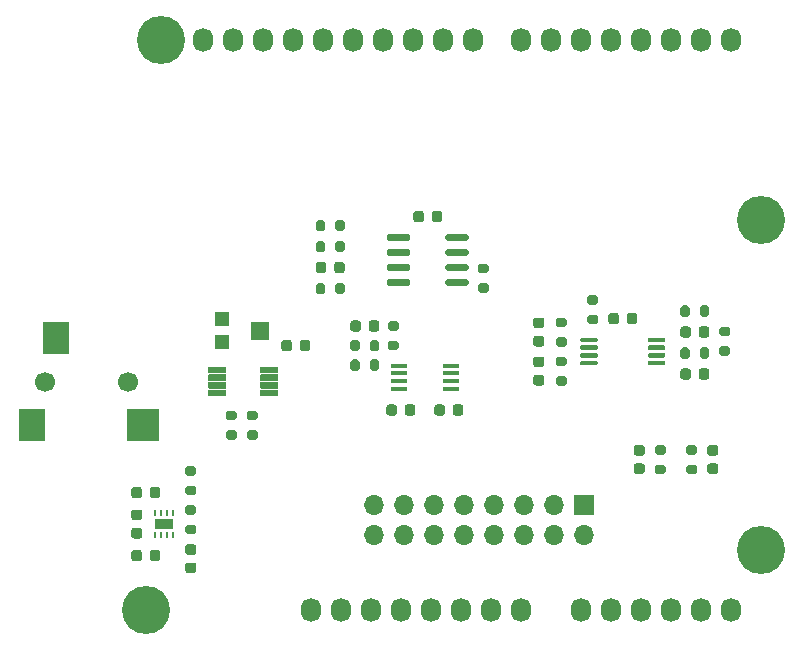
<source format=gbr>
G04 #@! TF.GenerationSoftware,KiCad,Pcbnew,(5.1.8)-1*
G04 #@! TF.CreationDate,2021-03-26T14:12:46-05:00*
G04 #@! TF.ProjectId,Shield,53686965-6c64-42e6-9b69-6361645f7063,rev?*
G04 #@! TF.SameCoordinates,Original*
G04 #@! TF.FileFunction,Soldermask,Top*
G04 #@! TF.FilePolarity,Negative*
%FSLAX46Y46*%
G04 Gerber Fmt 4.6, Leading zero omitted, Abs format (unit mm)*
G04 Created by KiCad (PCBNEW (5.1.8)-1) date 2021-03-26 14:12:46*
%MOMM*%
%LPD*%
G01*
G04 APERTURE LIST*
%ADD10R,1.450000X0.450000*%
%ADD11R,0.250000X0.500000*%
%ADD12R,1.600000X0.900000*%
%ADD13O,1.700000X1.700000*%
%ADD14R,1.700000X1.700000*%
%ADD15R,1.200000X1.200000*%
%ADD16R,1.500000X1.600000*%
%ADD17C,1.700000*%
%ADD18R,2.800000X2.800000*%
%ADD19R,2.200000X2.800000*%
%ADD20O,1.727200X2.032000*%
%ADD21C,4.064000*%
G04 APERTURE END LIST*
D10*
X150790000Y-103165000D03*
X150790000Y-103815000D03*
X150790000Y-104465000D03*
X150790000Y-105115000D03*
X146390000Y-105115000D03*
X146390000Y-104465000D03*
X146390000Y-103815000D03*
X146390000Y-103165000D03*
G36*
G01*
X140164000Y-92816000D02*
X140164000Y-93366000D01*
G75*
G02*
X139964000Y-93566000I-200000J0D01*
G01*
X139564000Y-93566000D01*
G75*
G02*
X139364000Y-93366000I0J200000D01*
G01*
X139364000Y-92816000D01*
G75*
G02*
X139564000Y-92616000I200000J0D01*
G01*
X139964000Y-92616000D01*
G75*
G02*
X140164000Y-92816000I0J-200000D01*
G01*
G37*
G36*
G01*
X141814000Y-92816000D02*
X141814000Y-93366000D01*
G75*
G02*
X141614000Y-93566000I-200000J0D01*
G01*
X141214000Y-93566000D01*
G75*
G02*
X141014000Y-93366000I0J200000D01*
G01*
X141014000Y-92816000D01*
G75*
G02*
X141214000Y-92616000I200000J0D01*
G01*
X141614000Y-92616000D01*
G75*
G02*
X141814000Y-92816000I0J-200000D01*
G01*
G37*
D11*
X126761000Y-115636000D03*
X127261000Y-115636000D03*
X127261000Y-117536000D03*
X126261000Y-117536000D03*
X125761000Y-117536000D03*
D12*
X126511000Y-116586000D03*
D11*
X125761000Y-115636000D03*
X126261000Y-115636000D03*
X126761000Y-117536000D03*
G36*
G01*
X150344000Y-92479000D02*
X150344000Y-92179000D01*
G75*
G02*
X150494000Y-92029000I150000J0D01*
G01*
X152144000Y-92029000D01*
G75*
G02*
X152294000Y-92179000I0J-150000D01*
G01*
X152294000Y-92479000D01*
G75*
G02*
X152144000Y-92629000I-150000J0D01*
G01*
X150494000Y-92629000D01*
G75*
G02*
X150344000Y-92479000I0J150000D01*
G01*
G37*
G36*
G01*
X150344000Y-93749000D02*
X150344000Y-93449000D01*
G75*
G02*
X150494000Y-93299000I150000J0D01*
G01*
X152144000Y-93299000D01*
G75*
G02*
X152294000Y-93449000I0J-150000D01*
G01*
X152294000Y-93749000D01*
G75*
G02*
X152144000Y-93899000I-150000J0D01*
G01*
X150494000Y-93899000D01*
G75*
G02*
X150344000Y-93749000I0J150000D01*
G01*
G37*
G36*
G01*
X150344000Y-95019000D02*
X150344000Y-94719000D01*
G75*
G02*
X150494000Y-94569000I150000J0D01*
G01*
X152144000Y-94569000D01*
G75*
G02*
X152294000Y-94719000I0J-150000D01*
G01*
X152294000Y-95019000D01*
G75*
G02*
X152144000Y-95169000I-150000J0D01*
G01*
X150494000Y-95169000D01*
G75*
G02*
X150344000Y-95019000I0J150000D01*
G01*
G37*
G36*
G01*
X150344000Y-96289000D02*
X150344000Y-95989000D01*
G75*
G02*
X150494000Y-95839000I150000J0D01*
G01*
X152144000Y-95839000D01*
G75*
G02*
X152294000Y-95989000I0J-150000D01*
G01*
X152294000Y-96289000D01*
G75*
G02*
X152144000Y-96439000I-150000J0D01*
G01*
X150494000Y-96439000D01*
G75*
G02*
X150344000Y-96289000I0J150000D01*
G01*
G37*
G36*
G01*
X145394000Y-96289000D02*
X145394000Y-95989000D01*
G75*
G02*
X145544000Y-95839000I150000J0D01*
G01*
X147194000Y-95839000D01*
G75*
G02*
X147344000Y-95989000I0J-150000D01*
G01*
X147344000Y-96289000D01*
G75*
G02*
X147194000Y-96439000I-150000J0D01*
G01*
X145544000Y-96439000D01*
G75*
G02*
X145394000Y-96289000I0J150000D01*
G01*
G37*
G36*
G01*
X145394000Y-95019000D02*
X145394000Y-94719000D01*
G75*
G02*
X145544000Y-94569000I150000J0D01*
G01*
X147194000Y-94569000D01*
G75*
G02*
X147344000Y-94719000I0J-150000D01*
G01*
X147344000Y-95019000D01*
G75*
G02*
X147194000Y-95169000I-150000J0D01*
G01*
X145544000Y-95169000D01*
G75*
G02*
X145394000Y-95019000I0J150000D01*
G01*
G37*
G36*
G01*
X145394000Y-93749000D02*
X145394000Y-93449000D01*
G75*
G02*
X145544000Y-93299000I150000J0D01*
G01*
X147194000Y-93299000D01*
G75*
G02*
X147344000Y-93449000I0J-150000D01*
G01*
X147344000Y-93749000D01*
G75*
G02*
X147194000Y-93899000I-150000J0D01*
G01*
X145544000Y-93899000D01*
G75*
G02*
X145394000Y-93749000I0J150000D01*
G01*
G37*
G36*
G01*
X145394000Y-92479000D02*
X145394000Y-92179000D01*
G75*
G02*
X145544000Y-92029000I150000J0D01*
G01*
X147194000Y-92029000D01*
G75*
G02*
X147344000Y-92179000I0J-150000D01*
G01*
X147344000Y-92479000D01*
G75*
G02*
X147194000Y-92629000I-150000J0D01*
G01*
X145544000Y-92629000D01*
G75*
G02*
X145394000Y-92479000I0J150000D01*
G01*
G37*
G36*
G01*
X128503000Y-116630000D02*
X129053000Y-116630000D01*
G75*
G02*
X129253000Y-116830000I0J-200000D01*
G01*
X129253000Y-117230000D01*
G75*
G02*
X129053000Y-117430000I-200000J0D01*
G01*
X128503000Y-117430000D01*
G75*
G02*
X128303000Y-117230000I0J200000D01*
G01*
X128303000Y-116830000D01*
G75*
G02*
X128503000Y-116630000I200000J0D01*
G01*
G37*
G36*
G01*
X128503000Y-114980000D02*
X129053000Y-114980000D01*
G75*
G02*
X129253000Y-115180000I0J-200000D01*
G01*
X129253000Y-115580000D01*
G75*
G02*
X129053000Y-115780000I-200000J0D01*
G01*
X128503000Y-115780000D01*
G75*
G02*
X128303000Y-115580000I0J200000D01*
G01*
X128303000Y-115180000D01*
G75*
G02*
X128503000Y-114980000I200000J0D01*
G01*
G37*
G36*
G01*
X129053000Y-112478000D02*
X128503000Y-112478000D01*
G75*
G02*
X128303000Y-112278000I0J200000D01*
G01*
X128303000Y-111878000D01*
G75*
G02*
X128503000Y-111678000I200000J0D01*
G01*
X129053000Y-111678000D01*
G75*
G02*
X129253000Y-111878000I0J-200000D01*
G01*
X129253000Y-112278000D01*
G75*
G02*
X129053000Y-112478000I-200000J0D01*
G01*
G37*
G36*
G01*
X129053000Y-114128000D02*
X128503000Y-114128000D01*
G75*
G02*
X128303000Y-113928000I0J200000D01*
G01*
X128303000Y-113528000D01*
G75*
G02*
X128503000Y-113328000I200000J0D01*
G01*
X129053000Y-113328000D01*
G75*
G02*
X129253000Y-113528000I0J-200000D01*
G01*
X129253000Y-113928000D01*
G75*
G02*
X129053000Y-114128000I-200000J0D01*
G01*
G37*
G36*
G01*
X153268000Y-96183000D02*
X153818000Y-96183000D01*
G75*
G02*
X154018000Y-96383000I0J-200000D01*
G01*
X154018000Y-96783000D01*
G75*
G02*
X153818000Y-96983000I-200000J0D01*
G01*
X153268000Y-96983000D01*
G75*
G02*
X153068000Y-96783000I0J200000D01*
G01*
X153068000Y-96383000D01*
G75*
G02*
X153268000Y-96183000I200000J0D01*
G01*
G37*
G36*
G01*
X153268000Y-94533000D02*
X153818000Y-94533000D01*
G75*
G02*
X154018000Y-94733000I0J-200000D01*
G01*
X154018000Y-95133000D01*
G75*
G02*
X153818000Y-95333000I-200000J0D01*
G01*
X153268000Y-95333000D01*
G75*
G02*
X153068000Y-95133000I0J200000D01*
G01*
X153068000Y-94733000D01*
G75*
G02*
X153268000Y-94533000I200000J0D01*
G01*
G37*
G36*
G01*
X145648000Y-101072000D02*
X146198000Y-101072000D01*
G75*
G02*
X146398000Y-101272000I0J-200000D01*
G01*
X146398000Y-101672000D01*
G75*
G02*
X146198000Y-101872000I-200000J0D01*
G01*
X145648000Y-101872000D01*
G75*
G02*
X145448000Y-101672000I0J200000D01*
G01*
X145448000Y-101272000D01*
G75*
G02*
X145648000Y-101072000I200000J0D01*
G01*
G37*
G36*
G01*
X145648000Y-99422000D02*
X146198000Y-99422000D01*
G75*
G02*
X146398000Y-99622000I0J-200000D01*
G01*
X146398000Y-100022000D01*
G75*
G02*
X146198000Y-100222000I-200000J0D01*
G01*
X145648000Y-100222000D01*
G75*
G02*
X145448000Y-100022000I0J200000D01*
G01*
X145448000Y-99622000D01*
G75*
G02*
X145648000Y-99422000I200000J0D01*
G01*
G37*
G36*
G01*
X143085000Y-101198000D02*
X143085000Y-101748000D01*
G75*
G02*
X142885000Y-101948000I-200000J0D01*
G01*
X142485000Y-101948000D01*
G75*
G02*
X142285000Y-101748000I0J200000D01*
G01*
X142285000Y-101198000D01*
G75*
G02*
X142485000Y-100998000I200000J0D01*
G01*
X142885000Y-100998000D01*
G75*
G02*
X143085000Y-101198000I0J-200000D01*
G01*
G37*
G36*
G01*
X144735000Y-101198000D02*
X144735000Y-101748000D01*
G75*
G02*
X144535000Y-101948000I-200000J0D01*
G01*
X144135000Y-101948000D01*
G75*
G02*
X143935000Y-101748000I0J200000D01*
G01*
X143935000Y-101198000D01*
G75*
G02*
X144135000Y-100998000I200000J0D01*
G01*
X144535000Y-100998000D01*
G75*
G02*
X144735000Y-101198000I0J-200000D01*
G01*
G37*
G36*
G01*
X143935000Y-103399000D02*
X143935000Y-102849000D01*
G75*
G02*
X144135000Y-102649000I200000J0D01*
G01*
X144535000Y-102649000D01*
G75*
G02*
X144735000Y-102849000I0J-200000D01*
G01*
X144735000Y-103399000D01*
G75*
G02*
X144535000Y-103599000I-200000J0D01*
G01*
X144135000Y-103599000D01*
G75*
G02*
X143935000Y-103399000I0J200000D01*
G01*
G37*
G36*
G01*
X142285000Y-103399000D02*
X142285000Y-102849000D01*
G75*
G02*
X142485000Y-102649000I200000J0D01*
G01*
X142885000Y-102649000D01*
G75*
G02*
X143085000Y-102849000I0J-200000D01*
G01*
X143085000Y-103399000D01*
G75*
G02*
X142885000Y-103599000I-200000J0D01*
G01*
X142485000Y-103599000D01*
G75*
G02*
X142285000Y-103399000I0J200000D01*
G01*
G37*
G36*
G01*
X140164000Y-96372000D02*
X140164000Y-96922000D01*
G75*
G02*
X139964000Y-97122000I-200000J0D01*
G01*
X139564000Y-97122000D01*
G75*
G02*
X139364000Y-96922000I0J200000D01*
G01*
X139364000Y-96372000D01*
G75*
G02*
X139564000Y-96172000I200000J0D01*
G01*
X139964000Y-96172000D01*
G75*
G02*
X140164000Y-96372000I0J-200000D01*
G01*
G37*
G36*
G01*
X141814000Y-96372000D02*
X141814000Y-96922000D01*
G75*
G02*
X141614000Y-97122000I-200000J0D01*
G01*
X141214000Y-97122000D01*
G75*
G02*
X141014000Y-96922000I0J200000D01*
G01*
X141014000Y-96372000D01*
G75*
G02*
X141214000Y-96172000I200000J0D01*
G01*
X141614000Y-96172000D01*
G75*
G02*
X141814000Y-96372000I0J-200000D01*
G01*
G37*
G36*
G01*
X132482000Y-107779000D02*
X131932000Y-107779000D01*
G75*
G02*
X131732000Y-107579000I0J200000D01*
G01*
X131732000Y-107179000D01*
G75*
G02*
X131932000Y-106979000I200000J0D01*
G01*
X132482000Y-106979000D01*
G75*
G02*
X132682000Y-107179000I0J-200000D01*
G01*
X132682000Y-107579000D01*
G75*
G02*
X132482000Y-107779000I-200000J0D01*
G01*
G37*
G36*
G01*
X132482000Y-109429000D02*
X131932000Y-109429000D01*
G75*
G02*
X131732000Y-109229000I0J200000D01*
G01*
X131732000Y-108829000D01*
G75*
G02*
X131932000Y-108629000I200000J0D01*
G01*
X132482000Y-108629000D01*
G75*
G02*
X132682000Y-108829000I0J-200000D01*
G01*
X132682000Y-109229000D01*
G75*
G02*
X132482000Y-109429000I-200000J0D01*
G01*
G37*
G36*
G01*
X134260000Y-107779000D02*
X133710000Y-107779000D01*
G75*
G02*
X133510000Y-107579000I0J200000D01*
G01*
X133510000Y-107179000D01*
G75*
G02*
X133710000Y-106979000I200000J0D01*
G01*
X134260000Y-106979000D01*
G75*
G02*
X134460000Y-107179000I0J-200000D01*
G01*
X134460000Y-107579000D01*
G75*
G02*
X134260000Y-107779000I-200000J0D01*
G01*
G37*
G36*
G01*
X134260000Y-109429000D02*
X133710000Y-109429000D01*
G75*
G02*
X133510000Y-109229000I0J200000D01*
G01*
X133510000Y-108829000D01*
G75*
G02*
X133710000Y-108629000I200000J0D01*
G01*
X134260000Y-108629000D01*
G75*
G02*
X134460000Y-108829000I0J-200000D01*
G01*
X134460000Y-109229000D01*
G75*
G02*
X134260000Y-109429000I-200000J0D01*
G01*
G37*
G36*
G01*
X141014000Y-91588000D02*
X141014000Y-91038000D01*
G75*
G02*
X141214000Y-90838000I200000J0D01*
G01*
X141614000Y-90838000D01*
G75*
G02*
X141814000Y-91038000I0J-200000D01*
G01*
X141814000Y-91588000D01*
G75*
G02*
X141614000Y-91788000I-200000J0D01*
G01*
X141214000Y-91788000D01*
G75*
G02*
X141014000Y-91588000I0J200000D01*
G01*
G37*
G36*
G01*
X139364000Y-91588000D02*
X139364000Y-91038000D01*
G75*
G02*
X139564000Y-90838000I200000J0D01*
G01*
X139964000Y-90838000D01*
G75*
G02*
X140164000Y-91038000I0J-200000D01*
G01*
X140164000Y-91588000D01*
G75*
G02*
X139964000Y-91788000I-200000J0D01*
G01*
X139564000Y-91788000D01*
G75*
G02*
X139364000Y-91588000I0J200000D01*
G01*
G37*
G36*
G01*
X128528000Y-119845000D02*
X129028000Y-119845000D01*
G75*
G02*
X129253000Y-120070000I0J-225000D01*
G01*
X129253000Y-120520000D01*
G75*
G02*
X129028000Y-120745000I-225000J0D01*
G01*
X128528000Y-120745000D01*
G75*
G02*
X128303000Y-120520000I0J225000D01*
G01*
X128303000Y-120070000D01*
G75*
G02*
X128528000Y-119845000I225000J0D01*
G01*
G37*
G36*
G01*
X128528000Y-118295000D02*
X129028000Y-118295000D01*
G75*
G02*
X129253000Y-118520000I0J-225000D01*
G01*
X129253000Y-118970000D01*
G75*
G02*
X129028000Y-119195000I-225000J0D01*
G01*
X128528000Y-119195000D01*
G75*
G02*
X128303000Y-118970000I0J225000D01*
G01*
X128303000Y-118520000D01*
G75*
G02*
X128528000Y-118295000I225000J0D01*
G01*
G37*
G36*
G01*
X125293000Y-119503000D02*
X125293000Y-119003000D01*
G75*
G02*
X125518000Y-118778000I225000J0D01*
G01*
X125968000Y-118778000D01*
G75*
G02*
X126193000Y-119003000I0J-225000D01*
G01*
X126193000Y-119503000D01*
G75*
G02*
X125968000Y-119728000I-225000J0D01*
G01*
X125518000Y-119728000D01*
G75*
G02*
X125293000Y-119503000I0J225000D01*
G01*
G37*
G36*
G01*
X123743000Y-119503000D02*
X123743000Y-119003000D01*
G75*
G02*
X123968000Y-118778000I225000J0D01*
G01*
X124418000Y-118778000D01*
G75*
G02*
X124643000Y-119003000I0J-225000D01*
G01*
X124643000Y-119503000D01*
G75*
G02*
X124418000Y-119728000I-225000J0D01*
G01*
X123968000Y-119728000D01*
G75*
G02*
X123743000Y-119503000I0J225000D01*
G01*
G37*
G36*
G01*
X124643000Y-113669000D02*
X124643000Y-114169000D01*
G75*
G02*
X124418000Y-114394000I-225000J0D01*
G01*
X123968000Y-114394000D01*
G75*
G02*
X123743000Y-114169000I0J225000D01*
G01*
X123743000Y-113669000D01*
G75*
G02*
X123968000Y-113444000I225000J0D01*
G01*
X124418000Y-113444000D01*
G75*
G02*
X124643000Y-113669000I0J-225000D01*
G01*
G37*
G36*
G01*
X126193000Y-113669000D02*
X126193000Y-114169000D01*
G75*
G02*
X125968000Y-114394000I-225000J0D01*
G01*
X125518000Y-114394000D01*
G75*
G02*
X125293000Y-114169000I0J225000D01*
G01*
X125293000Y-113669000D01*
G75*
G02*
X125518000Y-113444000I225000J0D01*
G01*
X125968000Y-113444000D01*
G75*
G02*
X126193000Y-113669000I0J-225000D01*
G01*
G37*
G36*
G01*
X124456000Y-116261000D02*
X123956000Y-116261000D01*
G75*
G02*
X123731000Y-116036000I0J225000D01*
G01*
X123731000Y-115586000D01*
G75*
G02*
X123956000Y-115361000I225000J0D01*
G01*
X124456000Y-115361000D01*
G75*
G02*
X124681000Y-115586000I0J-225000D01*
G01*
X124681000Y-116036000D01*
G75*
G02*
X124456000Y-116261000I-225000J0D01*
G01*
G37*
G36*
G01*
X124456000Y-117811000D02*
X123956000Y-117811000D01*
G75*
G02*
X123731000Y-117586000I0J225000D01*
G01*
X123731000Y-117136000D01*
G75*
G02*
X123956000Y-116911000I225000J0D01*
G01*
X124456000Y-116911000D01*
G75*
G02*
X124681000Y-117136000I0J-225000D01*
G01*
X124681000Y-117586000D01*
G75*
G02*
X124456000Y-117811000I-225000J0D01*
G01*
G37*
G36*
G01*
X143185000Y-99572000D02*
X143185000Y-100072000D01*
G75*
G02*
X142960000Y-100297000I-225000J0D01*
G01*
X142510000Y-100297000D01*
G75*
G02*
X142285000Y-100072000I0J225000D01*
G01*
X142285000Y-99572000D01*
G75*
G02*
X142510000Y-99347000I225000J0D01*
G01*
X142960000Y-99347000D01*
G75*
G02*
X143185000Y-99572000I0J-225000D01*
G01*
G37*
G36*
G01*
X144735000Y-99572000D02*
X144735000Y-100072000D01*
G75*
G02*
X144510000Y-100297000I-225000J0D01*
G01*
X144060000Y-100297000D01*
G75*
G02*
X143835000Y-100072000I0J225000D01*
G01*
X143835000Y-99572000D01*
G75*
G02*
X144060000Y-99347000I225000J0D01*
G01*
X144510000Y-99347000D01*
G75*
G02*
X144735000Y-99572000I0J-225000D01*
G01*
G37*
G36*
G01*
X146233000Y-106684000D02*
X146233000Y-107184000D01*
G75*
G02*
X146008000Y-107409000I-225000J0D01*
G01*
X145558000Y-107409000D01*
G75*
G02*
X145333000Y-107184000I0J225000D01*
G01*
X145333000Y-106684000D01*
G75*
G02*
X145558000Y-106459000I225000J0D01*
G01*
X146008000Y-106459000D01*
G75*
G02*
X146233000Y-106684000I0J-225000D01*
G01*
G37*
G36*
G01*
X147783000Y-106684000D02*
X147783000Y-107184000D01*
G75*
G02*
X147558000Y-107409000I-225000J0D01*
G01*
X147108000Y-107409000D01*
G75*
G02*
X146883000Y-107184000I0J225000D01*
G01*
X146883000Y-106684000D01*
G75*
G02*
X147108000Y-106459000I225000J0D01*
G01*
X147558000Y-106459000D01*
G75*
G02*
X147783000Y-106684000I0J-225000D01*
G01*
G37*
G36*
G01*
X140914000Y-95119000D02*
X140914000Y-94619000D01*
G75*
G02*
X141139000Y-94394000I225000J0D01*
G01*
X141589000Y-94394000D01*
G75*
G02*
X141814000Y-94619000I0J-225000D01*
G01*
X141814000Y-95119000D01*
G75*
G02*
X141589000Y-95344000I-225000J0D01*
G01*
X141139000Y-95344000D01*
G75*
G02*
X140914000Y-95119000I0J225000D01*
G01*
G37*
G36*
G01*
X139364000Y-95119000D02*
X139364000Y-94619000D01*
G75*
G02*
X139589000Y-94394000I225000J0D01*
G01*
X140039000Y-94394000D01*
G75*
G02*
X140264000Y-94619000I0J-225000D01*
G01*
X140264000Y-95119000D01*
G75*
G02*
X140039000Y-95344000I-225000J0D01*
G01*
X139589000Y-95344000D01*
G75*
G02*
X139364000Y-95119000I0J225000D01*
G01*
G37*
G36*
G01*
X150947000Y-107184000D02*
X150947000Y-106684000D01*
G75*
G02*
X151172000Y-106459000I225000J0D01*
G01*
X151622000Y-106459000D01*
G75*
G02*
X151847000Y-106684000I0J-225000D01*
G01*
X151847000Y-107184000D01*
G75*
G02*
X151622000Y-107409000I-225000J0D01*
G01*
X151172000Y-107409000D01*
G75*
G02*
X150947000Y-107184000I0J225000D01*
G01*
G37*
G36*
G01*
X149397000Y-107184000D02*
X149397000Y-106684000D01*
G75*
G02*
X149622000Y-106459000I225000J0D01*
G01*
X150072000Y-106459000D01*
G75*
G02*
X150297000Y-106684000I0J-225000D01*
G01*
X150297000Y-107184000D01*
G75*
G02*
X150072000Y-107409000I-225000J0D01*
G01*
X149622000Y-107409000D01*
G75*
G02*
X149397000Y-107184000I0J225000D01*
G01*
G37*
G36*
G01*
X149169000Y-90801000D02*
X149169000Y-90301000D01*
G75*
G02*
X149394000Y-90076000I225000J0D01*
G01*
X149844000Y-90076000D01*
G75*
G02*
X150069000Y-90301000I0J-225000D01*
G01*
X150069000Y-90801000D01*
G75*
G02*
X149844000Y-91026000I-225000J0D01*
G01*
X149394000Y-91026000D01*
G75*
G02*
X149169000Y-90801000I0J225000D01*
G01*
G37*
G36*
G01*
X147619000Y-90801000D02*
X147619000Y-90301000D01*
G75*
G02*
X147844000Y-90076000I225000J0D01*
G01*
X148294000Y-90076000D01*
G75*
G02*
X148519000Y-90301000I0J-225000D01*
G01*
X148519000Y-90801000D01*
G75*
G02*
X148294000Y-91026000I-225000J0D01*
G01*
X147844000Y-91026000D01*
G75*
G02*
X147619000Y-90801000I0J225000D01*
G01*
G37*
D13*
X144272000Y-117475000D03*
X144272000Y-114935000D03*
X146812000Y-117475000D03*
X146812000Y-114935000D03*
X149352000Y-117475000D03*
X149352000Y-114935000D03*
X151892000Y-117475000D03*
X151892000Y-114935000D03*
X154432000Y-117475000D03*
X154432000Y-114935000D03*
X156972000Y-117475000D03*
X156972000Y-114935000D03*
X159512000Y-117475000D03*
X159512000Y-114935000D03*
X162052000Y-117475000D03*
D14*
X162052000Y-114935000D03*
G36*
G01*
X167479000Y-101106000D02*
X167479000Y-100906000D01*
G75*
G02*
X167579000Y-100806000I100000J0D01*
G01*
X168854000Y-100806000D01*
G75*
G02*
X168954000Y-100906000I0J-100000D01*
G01*
X168954000Y-101106000D01*
G75*
G02*
X168854000Y-101206000I-100000J0D01*
G01*
X167579000Y-101206000D01*
G75*
G02*
X167479000Y-101106000I0J100000D01*
G01*
G37*
G36*
G01*
X167479000Y-101756000D02*
X167479000Y-101556000D01*
G75*
G02*
X167579000Y-101456000I100000J0D01*
G01*
X168854000Y-101456000D01*
G75*
G02*
X168954000Y-101556000I0J-100000D01*
G01*
X168954000Y-101756000D01*
G75*
G02*
X168854000Y-101856000I-100000J0D01*
G01*
X167579000Y-101856000D01*
G75*
G02*
X167479000Y-101756000I0J100000D01*
G01*
G37*
G36*
G01*
X167479000Y-102406000D02*
X167479000Y-102206000D01*
G75*
G02*
X167579000Y-102106000I100000J0D01*
G01*
X168854000Y-102106000D01*
G75*
G02*
X168954000Y-102206000I0J-100000D01*
G01*
X168954000Y-102406000D01*
G75*
G02*
X168854000Y-102506000I-100000J0D01*
G01*
X167579000Y-102506000D01*
G75*
G02*
X167479000Y-102406000I0J100000D01*
G01*
G37*
G36*
G01*
X167479000Y-103056000D02*
X167479000Y-102856000D01*
G75*
G02*
X167579000Y-102756000I100000J0D01*
G01*
X168854000Y-102756000D01*
G75*
G02*
X168954000Y-102856000I0J-100000D01*
G01*
X168954000Y-103056000D01*
G75*
G02*
X168854000Y-103156000I-100000J0D01*
G01*
X167579000Y-103156000D01*
G75*
G02*
X167479000Y-103056000I0J100000D01*
G01*
G37*
G36*
G01*
X161754000Y-103056000D02*
X161754000Y-102856000D01*
G75*
G02*
X161854000Y-102756000I100000J0D01*
G01*
X163129000Y-102756000D01*
G75*
G02*
X163229000Y-102856000I0J-100000D01*
G01*
X163229000Y-103056000D01*
G75*
G02*
X163129000Y-103156000I-100000J0D01*
G01*
X161854000Y-103156000D01*
G75*
G02*
X161754000Y-103056000I0J100000D01*
G01*
G37*
G36*
G01*
X161754000Y-102406000D02*
X161754000Y-102206000D01*
G75*
G02*
X161854000Y-102106000I100000J0D01*
G01*
X163129000Y-102106000D01*
G75*
G02*
X163229000Y-102206000I0J-100000D01*
G01*
X163229000Y-102406000D01*
G75*
G02*
X163129000Y-102506000I-100000J0D01*
G01*
X161854000Y-102506000D01*
G75*
G02*
X161754000Y-102406000I0J100000D01*
G01*
G37*
G36*
G01*
X161754000Y-101756000D02*
X161754000Y-101556000D01*
G75*
G02*
X161854000Y-101456000I100000J0D01*
G01*
X163129000Y-101456000D01*
G75*
G02*
X163229000Y-101556000I0J-100000D01*
G01*
X163229000Y-101756000D01*
G75*
G02*
X163129000Y-101856000I-100000J0D01*
G01*
X161854000Y-101856000D01*
G75*
G02*
X161754000Y-101756000I0J100000D01*
G01*
G37*
G36*
G01*
X161754000Y-101106000D02*
X161754000Y-100906000D01*
G75*
G02*
X161854000Y-100806000I100000J0D01*
G01*
X163129000Y-100806000D01*
G75*
G02*
X163229000Y-100906000I0J-100000D01*
G01*
X163229000Y-101106000D01*
G75*
G02*
X163129000Y-101206000I-100000J0D01*
G01*
X161854000Y-101206000D01*
G75*
G02*
X161754000Y-101106000I0J100000D01*
G01*
G37*
G36*
G01*
X134698000Y-103271000D02*
X136148000Y-103271000D01*
G75*
G02*
X136198000Y-103321000I0J-50000D01*
G01*
X136198000Y-103771000D01*
G75*
G02*
X136148000Y-103821000I-50000J0D01*
G01*
X134698000Y-103821000D01*
G75*
G02*
X134648000Y-103771000I0J50000D01*
G01*
X134648000Y-103321000D01*
G75*
G02*
X134698000Y-103271000I50000J0D01*
G01*
G37*
G36*
G01*
X134698000Y-103921000D02*
X136148000Y-103921000D01*
G75*
G02*
X136198000Y-103971000I0J-50000D01*
G01*
X136198000Y-104421000D01*
G75*
G02*
X136148000Y-104471000I-50000J0D01*
G01*
X134698000Y-104471000D01*
G75*
G02*
X134648000Y-104421000I0J50000D01*
G01*
X134648000Y-103971000D01*
G75*
G02*
X134698000Y-103921000I50000J0D01*
G01*
G37*
G36*
G01*
X134698000Y-104571000D02*
X136148000Y-104571000D01*
G75*
G02*
X136198000Y-104621000I0J-50000D01*
G01*
X136198000Y-105071000D01*
G75*
G02*
X136148000Y-105121000I-50000J0D01*
G01*
X134698000Y-105121000D01*
G75*
G02*
X134648000Y-105071000I0J50000D01*
G01*
X134648000Y-104621000D01*
G75*
G02*
X134698000Y-104571000I50000J0D01*
G01*
G37*
G36*
G01*
X134698000Y-105221000D02*
X136148000Y-105221000D01*
G75*
G02*
X136198000Y-105271000I0J-50000D01*
G01*
X136198000Y-105721000D01*
G75*
G02*
X136148000Y-105771000I-50000J0D01*
G01*
X134698000Y-105771000D01*
G75*
G02*
X134648000Y-105721000I0J50000D01*
G01*
X134648000Y-105271000D01*
G75*
G02*
X134698000Y-105221000I50000J0D01*
G01*
G37*
G36*
G01*
X130298000Y-105221000D02*
X131748000Y-105221000D01*
G75*
G02*
X131798000Y-105271000I0J-50000D01*
G01*
X131798000Y-105721000D01*
G75*
G02*
X131748000Y-105771000I-50000J0D01*
G01*
X130298000Y-105771000D01*
G75*
G02*
X130248000Y-105721000I0J50000D01*
G01*
X130248000Y-105271000D01*
G75*
G02*
X130298000Y-105221000I50000J0D01*
G01*
G37*
G36*
G01*
X130298000Y-104571000D02*
X131748000Y-104571000D01*
G75*
G02*
X131798000Y-104621000I0J-50000D01*
G01*
X131798000Y-105071000D01*
G75*
G02*
X131748000Y-105121000I-50000J0D01*
G01*
X130298000Y-105121000D01*
G75*
G02*
X130248000Y-105071000I0J50000D01*
G01*
X130248000Y-104621000D01*
G75*
G02*
X130298000Y-104571000I50000J0D01*
G01*
G37*
G36*
G01*
X130298000Y-103921000D02*
X131748000Y-103921000D01*
G75*
G02*
X131798000Y-103971000I0J-50000D01*
G01*
X131798000Y-104421000D01*
G75*
G02*
X131748000Y-104471000I-50000J0D01*
G01*
X130298000Y-104471000D01*
G75*
G02*
X130248000Y-104421000I0J50000D01*
G01*
X130248000Y-103971000D01*
G75*
G02*
X130298000Y-103921000I50000J0D01*
G01*
G37*
G36*
G01*
X130298000Y-103271000D02*
X131748000Y-103271000D01*
G75*
G02*
X131798000Y-103321000I0J-50000D01*
G01*
X131798000Y-103771000D01*
G75*
G02*
X131748000Y-103821000I-50000J0D01*
G01*
X130298000Y-103821000D01*
G75*
G02*
X130248000Y-103771000I0J50000D01*
G01*
X130248000Y-103321000D01*
G75*
G02*
X130298000Y-103271000I50000J0D01*
G01*
G37*
G36*
G01*
X171025000Y-98277000D02*
X171025000Y-98827000D01*
G75*
G02*
X170825000Y-99027000I-200000J0D01*
G01*
X170425000Y-99027000D01*
G75*
G02*
X170225000Y-98827000I0J200000D01*
G01*
X170225000Y-98277000D01*
G75*
G02*
X170425000Y-98077000I200000J0D01*
G01*
X170825000Y-98077000D01*
G75*
G02*
X171025000Y-98277000I0J-200000D01*
G01*
G37*
G36*
G01*
X172675000Y-98277000D02*
X172675000Y-98827000D01*
G75*
G02*
X172475000Y-99027000I-200000J0D01*
G01*
X172075000Y-99027000D01*
G75*
G02*
X171875000Y-98827000I0J200000D01*
G01*
X171875000Y-98277000D01*
G75*
G02*
X172075000Y-98077000I200000J0D01*
G01*
X172475000Y-98077000D01*
G75*
G02*
X172675000Y-98277000I0J-200000D01*
G01*
G37*
G36*
G01*
X173715000Y-101517000D02*
X174265000Y-101517000D01*
G75*
G02*
X174465000Y-101717000I0J-200000D01*
G01*
X174465000Y-102117000D01*
G75*
G02*
X174265000Y-102317000I-200000J0D01*
G01*
X173715000Y-102317000D01*
G75*
G02*
X173515000Y-102117000I0J200000D01*
G01*
X173515000Y-101717000D01*
G75*
G02*
X173715000Y-101517000I200000J0D01*
G01*
G37*
G36*
G01*
X173715000Y-99867000D02*
X174265000Y-99867000D01*
G75*
G02*
X174465000Y-100067000I0J-200000D01*
G01*
X174465000Y-100467000D01*
G75*
G02*
X174265000Y-100667000I-200000J0D01*
G01*
X173715000Y-100667000D01*
G75*
G02*
X173515000Y-100467000I0J200000D01*
G01*
X173515000Y-100067000D01*
G75*
G02*
X173715000Y-99867000I200000J0D01*
G01*
G37*
G36*
G01*
X171875000Y-102383000D02*
X171875000Y-101833000D01*
G75*
G02*
X172075000Y-101633000I200000J0D01*
G01*
X172475000Y-101633000D01*
G75*
G02*
X172675000Y-101833000I0J-200000D01*
G01*
X172675000Y-102383000D01*
G75*
G02*
X172475000Y-102583000I-200000J0D01*
G01*
X172075000Y-102583000D01*
G75*
G02*
X171875000Y-102383000I0J200000D01*
G01*
G37*
G36*
G01*
X170225000Y-102383000D02*
X170225000Y-101833000D01*
G75*
G02*
X170425000Y-101633000I200000J0D01*
G01*
X170825000Y-101633000D01*
G75*
G02*
X171025000Y-101833000I0J-200000D01*
G01*
X171025000Y-102383000D01*
G75*
G02*
X170825000Y-102583000I-200000J0D01*
G01*
X170425000Y-102583000D01*
G75*
G02*
X170225000Y-102383000I0J200000D01*
G01*
G37*
G36*
G01*
X170921000Y-111550000D02*
X171471000Y-111550000D01*
G75*
G02*
X171671000Y-111750000I0J-200000D01*
G01*
X171671000Y-112150000D01*
G75*
G02*
X171471000Y-112350000I-200000J0D01*
G01*
X170921000Y-112350000D01*
G75*
G02*
X170721000Y-112150000I0J200000D01*
G01*
X170721000Y-111750000D01*
G75*
G02*
X170921000Y-111550000I200000J0D01*
G01*
G37*
G36*
G01*
X170921000Y-109900000D02*
X171471000Y-109900000D01*
G75*
G02*
X171671000Y-110100000I0J-200000D01*
G01*
X171671000Y-110500000D01*
G75*
G02*
X171471000Y-110700000I-200000J0D01*
G01*
X170921000Y-110700000D01*
G75*
G02*
X170721000Y-110500000I0J200000D01*
G01*
X170721000Y-110100000D01*
G75*
G02*
X170921000Y-109900000I200000J0D01*
G01*
G37*
G36*
G01*
X162539000Y-98850000D02*
X163089000Y-98850000D01*
G75*
G02*
X163289000Y-99050000I0J-200000D01*
G01*
X163289000Y-99450000D01*
G75*
G02*
X163089000Y-99650000I-200000J0D01*
G01*
X162539000Y-99650000D01*
G75*
G02*
X162339000Y-99450000I0J200000D01*
G01*
X162339000Y-99050000D01*
G75*
G02*
X162539000Y-98850000I200000J0D01*
G01*
G37*
G36*
G01*
X162539000Y-97200000D02*
X163089000Y-97200000D01*
G75*
G02*
X163289000Y-97400000I0J-200000D01*
G01*
X163289000Y-97800000D01*
G75*
G02*
X163089000Y-98000000I-200000J0D01*
G01*
X162539000Y-98000000D01*
G75*
G02*
X162339000Y-97800000I0J200000D01*
G01*
X162339000Y-97400000D01*
G75*
G02*
X162539000Y-97200000I200000J0D01*
G01*
G37*
G36*
G01*
X160422000Y-103207000D02*
X159872000Y-103207000D01*
G75*
G02*
X159672000Y-103007000I0J200000D01*
G01*
X159672000Y-102607000D01*
G75*
G02*
X159872000Y-102407000I200000J0D01*
G01*
X160422000Y-102407000D01*
G75*
G02*
X160622000Y-102607000I0J-200000D01*
G01*
X160622000Y-103007000D01*
G75*
G02*
X160422000Y-103207000I-200000J0D01*
G01*
G37*
G36*
G01*
X160422000Y-104857000D02*
X159872000Y-104857000D01*
G75*
G02*
X159672000Y-104657000I0J200000D01*
G01*
X159672000Y-104257000D01*
G75*
G02*
X159872000Y-104057000I200000J0D01*
G01*
X160422000Y-104057000D01*
G75*
G02*
X160622000Y-104257000I0J-200000D01*
G01*
X160622000Y-104657000D01*
G75*
G02*
X160422000Y-104857000I-200000J0D01*
G01*
G37*
G36*
G01*
X159872000Y-100755000D02*
X160422000Y-100755000D01*
G75*
G02*
X160622000Y-100955000I0J-200000D01*
G01*
X160622000Y-101355000D01*
G75*
G02*
X160422000Y-101555000I-200000J0D01*
G01*
X159872000Y-101555000D01*
G75*
G02*
X159672000Y-101355000I0J200000D01*
G01*
X159672000Y-100955000D01*
G75*
G02*
X159872000Y-100755000I200000J0D01*
G01*
G37*
G36*
G01*
X159872000Y-99105000D02*
X160422000Y-99105000D01*
G75*
G02*
X160622000Y-99305000I0J-200000D01*
G01*
X160622000Y-99705000D01*
G75*
G02*
X160422000Y-99905000I-200000J0D01*
G01*
X159872000Y-99905000D01*
G75*
G02*
X159672000Y-99705000I0J200000D01*
G01*
X159672000Y-99305000D01*
G75*
G02*
X159872000Y-99105000I200000J0D01*
G01*
G37*
G36*
G01*
X168804000Y-110700000D02*
X168254000Y-110700000D01*
G75*
G02*
X168054000Y-110500000I0J200000D01*
G01*
X168054000Y-110100000D01*
G75*
G02*
X168254000Y-109900000I200000J0D01*
G01*
X168804000Y-109900000D01*
G75*
G02*
X169004000Y-110100000I0J-200000D01*
G01*
X169004000Y-110500000D01*
G75*
G02*
X168804000Y-110700000I-200000J0D01*
G01*
G37*
G36*
G01*
X168804000Y-112350000D02*
X168254000Y-112350000D01*
G75*
G02*
X168054000Y-112150000I0J200000D01*
G01*
X168054000Y-111750000D01*
G75*
G02*
X168254000Y-111550000I200000J0D01*
G01*
X168804000Y-111550000D01*
G75*
G02*
X169004000Y-111750000I0J-200000D01*
G01*
X169004000Y-112150000D01*
G75*
G02*
X168804000Y-112350000I-200000J0D01*
G01*
G37*
D15*
X131423000Y-101203000D03*
X131423000Y-99203000D03*
D16*
X134673000Y-100203000D03*
D17*
X123448000Y-104521000D03*
X116448000Y-104521000D03*
D18*
X124748000Y-108221000D03*
D19*
X115348000Y-108221000D03*
X117348000Y-100821000D03*
G36*
G01*
X171125000Y-100080000D02*
X171125000Y-100580000D01*
G75*
G02*
X170900000Y-100805000I-225000J0D01*
G01*
X170450000Y-100805000D01*
G75*
G02*
X170225000Y-100580000I0J225000D01*
G01*
X170225000Y-100080000D01*
G75*
G02*
X170450000Y-99855000I225000J0D01*
G01*
X170900000Y-99855000D01*
G75*
G02*
X171125000Y-100080000I0J-225000D01*
G01*
G37*
G36*
G01*
X172675000Y-100080000D02*
X172675000Y-100580000D01*
G75*
G02*
X172450000Y-100805000I-225000J0D01*
G01*
X172000000Y-100805000D01*
G75*
G02*
X171775000Y-100580000I0J225000D01*
G01*
X171775000Y-100080000D01*
G75*
G02*
X172000000Y-99855000I225000J0D01*
G01*
X172450000Y-99855000D01*
G75*
G02*
X172675000Y-100080000I0J-225000D01*
G01*
G37*
G36*
G01*
X171775000Y-104136000D02*
X171775000Y-103636000D01*
G75*
G02*
X172000000Y-103411000I225000J0D01*
G01*
X172450000Y-103411000D01*
G75*
G02*
X172675000Y-103636000I0J-225000D01*
G01*
X172675000Y-104136000D01*
G75*
G02*
X172450000Y-104361000I-225000J0D01*
G01*
X172000000Y-104361000D01*
G75*
G02*
X171775000Y-104136000I0J225000D01*
G01*
G37*
G36*
G01*
X170225000Y-104136000D02*
X170225000Y-103636000D01*
G75*
G02*
X170450000Y-103411000I225000J0D01*
G01*
X170900000Y-103411000D01*
G75*
G02*
X171125000Y-103636000I0J-225000D01*
G01*
X171125000Y-104136000D01*
G75*
G02*
X170900000Y-104361000I-225000J0D01*
G01*
X170450000Y-104361000D01*
G75*
G02*
X170225000Y-104136000I0J225000D01*
G01*
G37*
G36*
G01*
X172724000Y-111450000D02*
X173224000Y-111450000D01*
G75*
G02*
X173449000Y-111675000I0J-225000D01*
G01*
X173449000Y-112125000D01*
G75*
G02*
X173224000Y-112350000I-225000J0D01*
G01*
X172724000Y-112350000D01*
G75*
G02*
X172499000Y-112125000I0J225000D01*
G01*
X172499000Y-111675000D01*
G75*
G02*
X172724000Y-111450000I225000J0D01*
G01*
G37*
G36*
G01*
X172724000Y-109900000D02*
X173224000Y-109900000D01*
G75*
G02*
X173449000Y-110125000I0J-225000D01*
G01*
X173449000Y-110575000D01*
G75*
G02*
X173224000Y-110800000I-225000J0D01*
G01*
X172724000Y-110800000D01*
G75*
G02*
X172499000Y-110575000I0J225000D01*
G01*
X172499000Y-110125000D01*
G75*
G02*
X172724000Y-109900000I225000J0D01*
G01*
G37*
G36*
G01*
X158492000Y-103307000D02*
X157992000Y-103307000D01*
G75*
G02*
X157767000Y-103082000I0J225000D01*
G01*
X157767000Y-102632000D01*
G75*
G02*
X157992000Y-102407000I225000J0D01*
G01*
X158492000Y-102407000D01*
G75*
G02*
X158717000Y-102632000I0J-225000D01*
G01*
X158717000Y-103082000D01*
G75*
G02*
X158492000Y-103307000I-225000J0D01*
G01*
G37*
G36*
G01*
X158492000Y-104857000D02*
X157992000Y-104857000D01*
G75*
G02*
X157767000Y-104632000I0J225000D01*
G01*
X157767000Y-104182000D01*
G75*
G02*
X157992000Y-103957000I225000J0D01*
G01*
X158492000Y-103957000D01*
G75*
G02*
X158717000Y-104182000I0J-225000D01*
G01*
X158717000Y-104632000D01*
G75*
G02*
X158492000Y-104857000I-225000J0D01*
G01*
G37*
G36*
G01*
X167001000Y-110800000D02*
X166501000Y-110800000D01*
G75*
G02*
X166276000Y-110575000I0J225000D01*
G01*
X166276000Y-110125000D01*
G75*
G02*
X166501000Y-109900000I225000J0D01*
G01*
X167001000Y-109900000D01*
G75*
G02*
X167226000Y-110125000I0J-225000D01*
G01*
X167226000Y-110575000D01*
G75*
G02*
X167001000Y-110800000I-225000J0D01*
G01*
G37*
G36*
G01*
X167001000Y-112350000D02*
X166501000Y-112350000D01*
G75*
G02*
X166276000Y-112125000I0J225000D01*
G01*
X166276000Y-111675000D01*
G75*
G02*
X166501000Y-111450000I225000J0D01*
G01*
X167001000Y-111450000D01*
G75*
G02*
X167226000Y-111675000I0J-225000D01*
G01*
X167226000Y-112125000D01*
G75*
G02*
X167001000Y-112350000I-225000J0D01*
G01*
G37*
G36*
G01*
X158492000Y-100005000D02*
X157992000Y-100005000D01*
G75*
G02*
X157767000Y-99780000I0J225000D01*
G01*
X157767000Y-99330000D01*
G75*
G02*
X157992000Y-99105000I225000J0D01*
G01*
X158492000Y-99105000D01*
G75*
G02*
X158717000Y-99330000I0J-225000D01*
G01*
X158717000Y-99780000D01*
G75*
G02*
X158492000Y-100005000I-225000J0D01*
G01*
G37*
G36*
G01*
X158492000Y-101555000D02*
X157992000Y-101555000D01*
G75*
G02*
X157767000Y-101330000I0J225000D01*
G01*
X157767000Y-100880000D01*
G75*
G02*
X157992000Y-100655000I225000J0D01*
G01*
X158492000Y-100655000D01*
G75*
G02*
X158717000Y-100880000I0J-225000D01*
G01*
X158717000Y-101330000D01*
G75*
G02*
X158492000Y-101555000I-225000J0D01*
G01*
G37*
G36*
G01*
X165679000Y-99437000D02*
X165679000Y-98937000D01*
G75*
G02*
X165904000Y-98712000I225000J0D01*
G01*
X166354000Y-98712000D01*
G75*
G02*
X166579000Y-98937000I0J-225000D01*
G01*
X166579000Y-99437000D01*
G75*
G02*
X166354000Y-99662000I-225000J0D01*
G01*
X165904000Y-99662000D01*
G75*
G02*
X165679000Y-99437000I0J225000D01*
G01*
G37*
G36*
G01*
X164129000Y-99437000D02*
X164129000Y-98937000D01*
G75*
G02*
X164354000Y-98712000I225000J0D01*
G01*
X164804000Y-98712000D01*
G75*
G02*
X165029000Y-98937000I0J-225000D01*
G01*
X165029000Y-99437000D01*
G75*
G02*
X164804000Y-99662000I-225000J0D01*
G01*
X164354000Y-99662000D01*
G75*
G02*
X164129000Y-99437000I0J225000D01*
G01*
G37*
G36*
G01*
X137993000Y-101723000D02*
X137993000Y-101223000D01*
G75*
G02*
X138218000Y-100998000I225000J0D01*
G01*
X138668000Y-100998000D01*
G75*
G02*
X138893000Y-101223000I0J-225000D01*
G01*
X138893000Y-101723000D01*
G75*
G02*
X138668000Y-101948000I-225000J0D01*
G01*
X138218000Y-101948000D01*
G75*
G02*
X137993000Y-101723000I0J225000D01*
G01*
G37*
G36*
G01*
X136443000Y-101723000D02*
X136443000Y-101223000D01*
G75*
G02*
X136668000Y-100998000I225000J0D01*
G01*
X137118000Y-100998000D01*
G75*
G02*
X137343000Y-101223000I0J-225000D01*
G01*
X137343000Y-101723000D01*
G75*
G02*
X137118000Y-101948000I-225000J0D01*
G01*
X136668000Y-101948000D01*
G75*
G02*
X136443000Y-101723000I0J225000D01*
G01*
G37*
D20*
X138938000Y-123825000D03*
X141478000Y-123825000D03*
X144018000Y-123825000D03*
X146558000Y-123825000D03*
X149098000Y-123825000D03*
X151638000Y-123825000D03*
X154178000Y-123825000D03*
X156718000Y-123825000D03*
X161798000Y-123825000D03*
X164338000Y-123825000D03*
X166878000Y-123825000D03*
X169418000Y-123825000D03*
X171958000Y-123825000D03*
X174498000Y-123825000D03*
X129794000Y-75565000D03*
X132334000Y-75565000D03*
X134874000Y-75565000D03*
X137414000Y-75565000D03*
X139954000Y-75565000D03*
X142494000Y-75565000D03*
X145034000Y-75565000D03*
X147574000Y-75565000D03*
X150114000Y-75565000D03*
X152654000Y-75565000D03*
X156718000Y-75565000D03*
X159258000Y-75565000D03*
X161798000Y-75565000D03*
X164338000Y-75565000D03*
X166878000Y-75565000D03*
X169418000Y-75565000D03*
X171958000Y-75565000D03*
X174498000Y-75565000D03*
D21*
X124968000Y-123825000D03*
X177038000Y-118745000D03*
X126238000Y-75565000D03*
X177038000Y-90805000D03*
M02*

</source>
